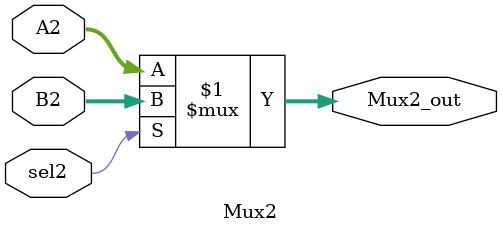
<source format=v>
module Mux2(
    input        sel2,
    input  [3:0] A2,
    input  [3:0] B2,
    output [3:0] Mux2_out
);
    assign Mux2_out = sel2 ? B2 : A2;
endmodule 
</source>
